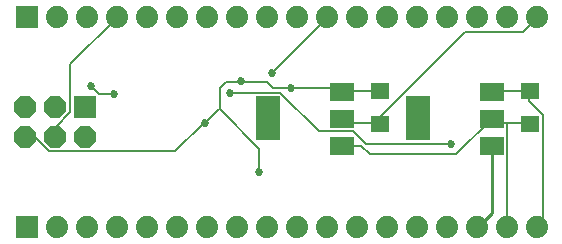
<source format=gbl>
G75*
%MOIN*%
%OFA0B0*%
%FSLAX25Y25*%
%IPPOS*%
%LPD*%
%AMOC8*
5,1,8,0,0,1.08239X$1,22.5*
%
%ADD10R,0.07900X0.05900*%
%ADD11R,0.07900X0.15000*%
%ADD12R,0.06299X0.05512*%
%ADD13R,0.07400X0.07400*%
%ADD14OC8,0.07400*%
%ADD15C,0.07400*%
%ADD16C,0.00800*%
%ADD17C,0.02700*%
%ADD18C,0.01000*%
D10*
X0112150Y0034400D03*
X0112150Y0043400D03*
X0112150Y0052400D03*
X0162150Y0052400D03*
X0162150Y0043400D03*
X0162150Y0034400D03*
D11*
X0137350Y0043500D03*
X0087350Y0043500D03*
D12*
X0124750Y0041738D03*
X0124750Y0052762D03*
X0174750Y0052762D03*
X0174750Y0041738D03*
D13*
X0007250Y0007250D03*
X0026625Y0047250D03*
X0007250Y0077250D03*
D14*
X0006625Y0047250D03*
X0016625Y0047250D03*
X0016625Y0037250D03*
X0026625Y0037250D03*
X0006625Y0037250D03*
D15*
X0017250Y0007250D03*
X0027250Y0007250D03*
X0037250Y0007250D03*
X0047250Y0007250D03*
X0057250Y0007250D03*
X0067250Y0007250D03*
X0077250Y0007250D03*
X0087250Y0007250D03*
X0097250Y0007250D03*
X0107250Y0007250D03*
X0117250Y0007250D03*
X0127250Y0007250D03*
X0137250Y0007250D03*
X0147250Y0007250D03*
X0157250Y0007250D03*
X0167250Y0007250D03*
X0177250Y0007250D03*
X0177250Y0077250D03*
X0167250Y0077250D03*
X0157250Y0077250D03*
X0147250Y0077250D03*
X0137250Y0077250D03*
X0127250Y0077250D03*
X0117250Y0077250D03*
X0107250Y0077250D03*
X0097250Y0077250D03*
X0087250Y0077250D03*
X0077250Y0077250D03*
X0067250Y0077250D03*
X0057250Y0077250D03*
X0047250Y0077250D03*
X0037250Y0077250D03*
X0027250Y0077250D03*
X0017250Y0077250D03*
D16*
X0021650Y0061550D02*
X0037050Y0076950D01*
X0037250Y0077250D01*
X0021650Y0061550D02*
X0021650Y0045450D01*
X0016750Y0040550D01*
X0016750Y0037400D01*
X0016625Y0037250D01*
X0014650Y0032500D02*
X0010100Y0037050D01*
X0006950Y0037050D01*
X0006625Y0037250D01*
X0014650Y0032500D02*
X0056650Y0032500D01*
X0066100Y0041950D01*
X0066450Y0041950D01*
X0071000Y0046500D01*
X0071350Y0046500D01*
X0071350Y0053500D01*
X0073450Y0055600D01*
X0078350Y0055600D01*
X0078350Y0055950D01*
X0078350Y0055600D02*
X0087100Y0055600D01*
X0089200Y0053500D01*
X0095150Y0053500D01*
X0110900Y0053500D01*
X0111950Y0052450D01*
X0112150Y0052400D01*
X0112300Y0052450D01*
X0124550Y0052450D01*
X0124750Y0052762D01*
X0124550Y0043700D02*
X0153250Y0072400D01*
X0172500Y0072400D01*
X0177050Y0076950D01*
X0177250Y0077250D01*
X0174750Y0052762D02*
X0174600Y0052100D01*
X0174600Y0049300D01*
X0179150Y0044750D01*
X0179150Y0009050D01*
X0177400Y0007300D01*
X0177250Y0007250D01*
X0167250Y0007250D02*
X0167250Y0041950D01*
X0174600Y0041950D01*
X0174750Y0041738D01*
X0167250Y0041950D02*
X0163750Y0041950D01*
X0162350Y0043350D01*
X0162150Y0043400D01*
X0162000Y0043350D01*
X0150100Y0031450D01*
X0121400Y0031450D01*
X0118600Y0034250D01*
X0112300Y0034250D01*
X0112150Y0034400D01*
X0115800Y0039150D02*
X0120000Y0034950D01*
X0148350Y0034950D01*
X0124750Y0041738D02*
X0124550Y0042300D01*
X0124550Y0043700D01*
X0124550Y0041950D02*
X0124750Y0041738D01*
X0124550Y0041950D02*
X0113700Y0041950D01*
X0112300Y0043350D01*
X0112150Y0043400D01*
X0115800Y0039150D02*
X0104600Y0039150D01*
X0091650Y0052100D01*
X0074850Y0052100D01*
X0071350Y0046500D02*
X0084650Y0033200D01*
X0084650Y0025500D01*
X0036000Y0051750D02*
X0031100Y0051750D01*
X0028650Y0054200D01*
X0088850Y0058750D02*
X0107050Y0076950D01*
X0107250Y0077250D01*
X0162150Y0052400D02*
X0162350Y0052450D01*
X0174600Y0052450D01*
X0174750Y0052762D01*
D17*
X0148350Y0034950D03*
X0095150Y0053500D03*
X0088850Y0058750D03*
X0078350Y0055950D03*
X0074850Y0052100D03*
X0066450Y0041950D03*
X0036000Y0051750D03*
X0028650Y0054200D03*
X0084650Y0025500D03*
D18*
X0157250Y0007250D02*
X0157450Y0007300D01*
X0162000Y0011850D01*
X0162000Y0034250D01*
X0162150Y0034400D01*
M02*

</source>
